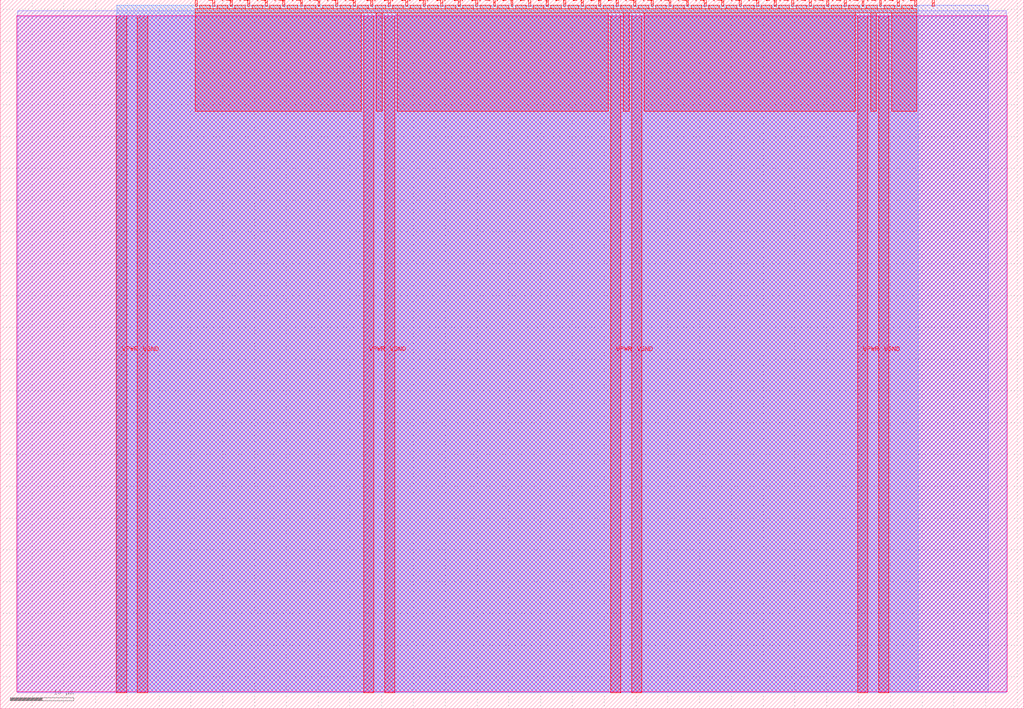
<source format=lef>
VERSION 5.7 ;
  NOWIREEXTENSIONATPIN ON ;
  DIVIDERCHAR "/" ;
  BUSBITCHARS "[]" ;
MACRO tt_um_wokwi_412635532198550529
  CLASS BLOCK ;
  FOREIGN tt_um_wokwi_412635532198550529 ;
  ORIGIN 0.000 0.000 ;
  SIZE 161.000 BY 111.520 ;
  PIN VGND
    DIRECTION INOUT ;
    USE GROUND ;
    PORT
      LAYER met4 ;
        RECT 21.580 2.480 23.180 109.040 ;
    END
    PORT
      LAYER met4 ;
        RECT 60.450 2.480 62.050 109.040 ;
    END
    PORT
      LAYER met4 ;
        RECT 99.320 2.480 100.920 109.040 ;
    END
    PORT
      LAYER met4 ;
        RECT 138.190 2.480 139.790 109.040 ;
    END
  END VGND
  PIN VPWR
    DIRECTION INOUT ;
    USE POWER ;
    PORT
      LAYER met4 ;
        RECT 18.280 2.480 19.880 109.040 ;
    END
    PORT
      LAYER met4 ;
        RECT 57.150 2.480 58.750 109.040 ;
    END
    PORT
      LAYER met4 ;
        RECT 96.020 2.480 97.620 109.040 ;
    END
    PORT
      LAYER met4 ;
        RECT 134.890 2.480 136.490 109.040 ;
    END
  END VPWR
  PIN clk
    DIRECTION INPUT ;
    USE SIGNAL ;
    ANTENNAGATEAREA 0.852000 ;
    PORT
      LAYER met4 ;
        RECT 143.830 110.520 144.130 111.520 ;
    END
  END clk
  PIN ena
    DIRECTION INPUT ;
    USE SIGNAL ;
    PORT
      LAYER met4 ;
        RECT 146.590 110.520 146.890 111.520 ;
    END
  END ena
  PIN rst_n
    DIRECTION INPUT ;
    USE SIGNAL ;
    ANTENNAGATEAREA 0.196500 ;
    PORT
      LAYER met4 ;
        RECT 141.070 110.520 141.370 111.520 ;
    END
  END rst_n
  PIN ui_in[0]
    DIRECTION INPUT ;
    USE SIGNAL ;
    ANTENNAGATEAREA 0.196500 ;
    PORT
      LAYER met4 ;
        RECT 138.310 110.520 138.610 111.520 ;
    END
  END ui_in[0]
  PIN ui_in[1]
    DIRECTION INPUT ;
    USE SIGNAL ;
    ANTENNAGATEAREA 0.196500 ;
    PORT
      LAYER met4 ;
        RECT 135.550 110.520 135.850 111.520 ;
    END
  END ui_in[1]
  PIN ui_in[2]
    DIRECTION INPUT ;
    USE SIGNAL ;
    ANTENNAGATEAREA 0.196500 ;
    PORT
      LAYER met4 ;
        RECT 132.790 110.520 133.090 111.520 ;
    END
  END ui_in[2]
  PIN ui_in[3]
    DIRECTION INPUT ;
    USE SIGNAL ;
    ANTENNAGATEAREA 0.196500 ;
    PORT
      LAYER met4 ;
        RECT 130.030 110.520 130.330 111.520 ;
    END
  END ui_in[3]
  PIN ui_in[4]
    DIRECTION INPUT ;
    USE SIGNAL ;
    ANTENNAGATEAREA 0.196500 ;
    PORT
      LAYER met4 ;
        RECT 127.270 110.520 127.570 111.520 ;
    END
  END ui_in[4]
  PIN ui_in[5]
    DIRECTION INPUT ;
    USE SIGNAL ;
    ANTENNAGATEAREA 0.196500 ;
    PORT
      LAYER met4 ;
        RECT 124.510 110.520 124.810 111.520 ;
    END
  END ui_in[5]
  PIN ui_in[6]
    DIRECTION INPUT ;
    USE SIGNAL ;
    ANTENNAGATEAREA 0.196500 ;
    PORT
      LAYER met4 ;
        RECT 121.750 110.520 122.050 111.520 ;
    END
  END ui_in[6]
  PIN ui_in[7]
    DIRECTION INPUT ;
    USE SIGNAL ;
    ANTENNAGATEAREA 0.196500 ;
    PORT
      LAYER met4 ;
        RECT 118.990 110.520 119.290 111.520 ;
    END
  END ui_in[7]
  PIN uio_in[0]
    DIRECTION INPUT ;
    USE SIGNAL ;
    ANTENNAGATEAREA 0.196500 ;
    PORT
      LAYER met4 ;
        RECT 116.230 110.520 116.530 111.520 ;
    END
  END uio_in[0]
  PIN uio_in[1]
    DIRECTION INPUT ;
    USE SIGNAL ;
    ANTENNAGATEAREA 0.213000 ;
    PORT
      LAYER met4 ;
        RECT 113.470 110.520 113.770 111.520 ;
    END
  END uio_in[1]
  PIN uio_in[2]
    DIRECTION INPUT ;
    USE SIGNAL ;
    ANTENNAGATEAREA 0.196500 ;
    PORT
      LAYER met4 ;
        RECT 110.710 110.520 111.010 111.520 ;
    END
  END uio_in[2]
  PIN uio_in[3]
    DIRECTION INPUT ;
    USE SIGNAL ;
    PORT
      LAYER met4 ;
        RECT 107.950 110.520 108.250 111.520 ;
    END
  END uio_in[3]
  PIN uio_in[4]
    DIRECTION INPUT ;
    USE SIGNAL ;
    PORT
      LAYER met4 ;
        RECT 105.190 110.520 105.490 111.520 ;
    END
  END uio_in[4]
  PIN uio_in[5]
    DIRECTION INPUT ;
    USE SIGNAL ;
    PORT
      LAYER met4 ;
        RECT 102.430 110.520 102.730 111.520 ;
    END
  END uio_in[5]
  PIN uio_in[6]
    DIRECTION INPUT ;
    USE SIGNAL ;
    PORT
      LAYER met4 ;
        RECT 99.670 110.520 99.970 111.520 ;
    END
  END uio_in[6]
  PIN uio_in[7]
    DIRECTION INPUT ;
    USE SIGNAL ;
    PORT
      LAYER met4 ;
        RECT 96.910 110.520 97.210 111.520 ;
    END
  END uio_in[7]
  PIN uio_oe[0]
    DIRECTION OUTPUT ;
    USE SIGNAL ;
    PORT
      LAYER met4 ;
        RECT 49.990 110.520 50.290 111.520 ;
    END
  END uio_oe[0]
  PIN uio_oe[1]
    DIRECTION OUTPUT ;
    USE SIGNAL ;
    PORT
      LAYER met4 ;
        RECT 47.230 110.520 47.530 111.520 ;
    END
  END uio_oe[1]
  PIN uio_oe[2]
    DIRECTION OUTPUT ;
    USE SIGNAL ;
    PORT
      LAYER met4 ;
        RECT 44.470 110.520 44.770 111.520 ;
    END
  END uio_oe[2]
  PIN uio_oe[3]
    DIRECTION OUTPUT ;
    USE SIGNAL ;
    PORT
      LAYER met4 ;
        RECT 41.710 110.520 42.010 111.520 ;
    END
  END uio_oe[3]
  PIN uio_oe[4]
    DIRECTION OUTPUT ;
    USE SIGNAL ;
    PORT
      LAYER met4 ;
        RECT 38.950 110.520 39.250 111.520 ;
    END
  END uio_oe[4]
  PIN uio_oe[5]
    DIRECTION OUTPUT ;
    USE SIGNAL ;
    PORT
      LAYER met4 ;
        RECT 36.190 110.520 36.490 111.520 ;
    END
  END uio_oe[5]
  PIN uio_oe[6]
    DIRECTION OUTPUT ;
    USE SIGNAL ;
    PORT
      LAYER met4 ;
        RECT 33.430 110.520 33.730 111.520 ;
    END
  END uio_oe[6]
  PIN uio_oe[7]
    DIRECTION OUTPUT ;
    USE SIGNAL ;
    PORT
      LAYER met4 ;
        RECT 30.670 110.520 30.970 111.520 ;
    END
  END uio_oe[7]
  PIN uio_out[0]
    DIRECTION OUTPUT ;
    USE SIGNAL ;
    PORT
      LAYER met4 ;
        RECT 72.070 110.520 72.370 111.520 ;
    END
  END uio_out[0]
  PIN uio_out[1]
    DIRECTION OUTPUT ;
    USE SIGNAL ;
    PORT
      LAYER met4 ;
        RECT 69.310 110.520 69.610 111.520 ;
    END
  END uio_out[1]
  PIN uio_out[2]
    DIRECTION OUTPUT ;
    USE SIGNAL ;
    PORT
      LAYER met4 ;
        RECT 66.550 110.520 66.850 111.520 ;
    END
  END uio_out[2]
  PIN uio_out[3]
    DIRECTION OUTPUT ;
    USE SIGNAL ;
    PORT
      LAYER met4 ;
        RECT 63.790 110.520 64.090 111.520 ;
    END
  END uio_out[3]
  PIN uio_out[4]
    DIRECTION OUTPUT ;
    USE SIGNAL ;
    PORT
      LAYER met4 ;
        RECT 61.030 110.520 61.330 111.520 ;
    END
  END uio_out[4]
  PIN uio_out[5]
    DIRECTION OUTPUT ;
    USE SIGNAL ;
    PORT
      LAYER met4 ;
        RECT 58.270 110.520 58.570 111.520 ;
    END
  END uio_out[5]
  PIN uio_out[6]
    DIRECTION OUTPUT ;
    USE SIGNAL ;
    PORT
      LAYER met4 ;
        RECT 55.510 110.520 55.810 111.520 ;
    END
  END uio_out[6]
  PIN uio_out[7]
    DIRECTION OUTPUT ;
    USE SIGNAL ;
    PORT
      LAYER met4 ;
        RECT 52.750 110.520 53.050 111.520 ;
    END
  END uio_out[7]
  PIN uo_out[0]
    DIRECTION OUTPUT ;
    USE SIGNAL ;
    ANTENNADIFFAREA 0.795200 ;
    PORT
      LAYER met4 ;
        RECT 94.150 110.520 94.450 111.520 ;
    END
  END uo_out[0]
  PIN uo_out[1]
    DIRECTION OUTPUT ;
    USE SIGNAL ;
    ANTENNADIFFAREA 0.795200 ;
    PORT
      LAYER met4 ;
        RECT 91.390 110.520 91.690 111.520 ;
    END
  END uo_out[1]
  PIN uo_out[2]
    DIRECTION OUTPUT ;
    USE SIGNAL ;
    ANTENNADIFFAREA 0.445500 ;
    PORT
      LAYER met4 ;
        RECT 88.630 110.520 88.930 111.520 ;
    END
  END uo_out[2]
  PIN uo_out[3]
    DIRECTION OUTPUT ;
    USE SIGNAL ;
    ANTENNADIFFAREA 0.445500 ;
    PORT
      LAYER met4 ;
        RECT 85.870 110.520 86.170 111.520 ;
    END
  END uo_out[3]
  PIN uo_out[4]
    DIRECTION OUTPUT ;
    USE SIGNAL ;
    ANTENNADIFFAREA 0.445500 ;
    PORT
      LAYER met4 ;
        RECT 83.110 110.520 83.410 111.520 ;
    END
  END uo_out[4]
  PIN uo_out[5]
    DIRECTION OUTPUT ;
    USE SIGNAL ;
    ANTENNADIFFAREA 0.445500 ;
    PORT
      LAYER met4 ;
        RECT 80.350 110.520 80.650 111.520 ;
    END
  END uo_out[5]
  PIN uo_out[6]
    DIRECTION OUTPUT ;
    USE SIGNAL ;
    ANTENNADIFFAREA 0.445500 ;
    PORT
      LAYER met4 ;
        RECT 77.590 110.520 77.890 111.520 ;
    END
  END uo_out[6]
  PIN uo_out[7]
    DIRECTION OUTPUT ;
    USE SIGNAL ;
    ANTENNADIFFAREA 0.445500 ;
    PORT
      LAYER met4 ;
        RECT 74.830 110.520 75.130 111.520 ;
    END
  END uo_out[7]
  OBS
      LAYER nwell ;
        RECT 2.570 2.635 158.430 108.990 ;
      LAYER li1 ;
        RECT 2.760 2.635 158.240 108.885 ;
      LAYER met1 ;
        RECT 2.760 2.480 158.240 109.780 ;
      LAYER met2 ;
        RECT 18.310 2.535 155.380 110.685 ;
      LAYER met3 ;
        RECT 18.290 2.555 144.370 110.665 ;
      LAYER met4 ;
        RECT 31.370 110.120 33.030 110.665 ;
        RECT 34.130 110.120 35.790 110.665 ;
        RECT 36.890 110.120 38.550 110.665 ;
        RECT 39.650 110.120 41.310 110.665 ;
        RECT 42.410 110.120 44.070 110.665 ;
        RECT 45.170 110.120 46.830 110.665 ;
        RECT 47.930 110.120 49.590 110.665 ;
        RECT 50.690 110.120 52.350 110.665 ;
        RECT 53.450 110.120 55.110 110.665 ;
        RECT 56.210 110.120 57.870 110.665 ;
        RECT 58.970 110.120 60.630 110.665 ;
        RECT 61.730 110.120 63.390 110.665 ;
        RECT 64.490 110.120 66.150 110.665 ;
        RECT 67.250 110.120 68.910 110.665 ;
        RECT 70.010 110.120 71.670 110.665 ;
        RECT 72.770 110.120 74.430 110.665 ;
        RECT 75.530 110.120 77.190 110.665 ;
        RECT 78.290 110.120 79.950 110.665 ;
        RECT 81.050 110.120 82.710 110.665 ;
        RECT 83.810 110.120 85.470 110.665 ;
        RECT 86.570 110.120 88.230 110.665 ;
        RECT 89.330 110.120 90.990 110.665 ;
        RECT 92.090 110.120 93.750 110.665 ;
        RECT 94.850 110.120 96.510 110.665 ;
        RECT 97.610 110.120 99.270 110.665 ;
        RECT 100.370 110.120 102.030 110.665 ;
        RECT 103.130 110.120 104.790 110.665 ;
        RECT 105.890 110.120 107.550 110.665 ;
        RECT 108.650 110.120 110.310 110.665 ;
        RECT 111.410 110.120 113.070 110.665 ;
        RECT 114.170 110.120 115.830 110.665 ;
        RECT 116.930 110.120 118.590 110.665 ;
        RECT 119.690 110.120 121.350 110.665 ;
        RECT 122.450 110.120 124.110 110.665 ;
        RECT 125.210 110.120 126.870 110.665 ;
        RECT 127.970 110.120 129.630 110.665 ;
        RECT 130.730 110.120 132.390 110.665 ;
        RECT 133.490 110.120 135.150 110.665 ;
        RECT 136.250 110.120 137.910 110.665 ;
        RECT 139.010 110.120 140.670 110.665 ;
        RECT 141.770 110.120 143.430 110.665 ;
        RECT 30.655 109.440 144.145 110.120 ;
        RECT 30.655 94.015 56.750 109.440 ;
        RECT 59.150 94.015 60.050 109.440 ;
        RECT 62.450 94.015 95.620 109.440 ;
        RECT 98.020 94.015 98.920 109.440 ;
        RECT 101.320 94.015 134.490 109.440 ;
        RECT 136.890 94.015 137.790 109.440 ;
        RECT 140.190 94.015 144.145 109.440 ;
  END
END tt_um_wokwi_412635532198550529
END LIBRARY


</source>
